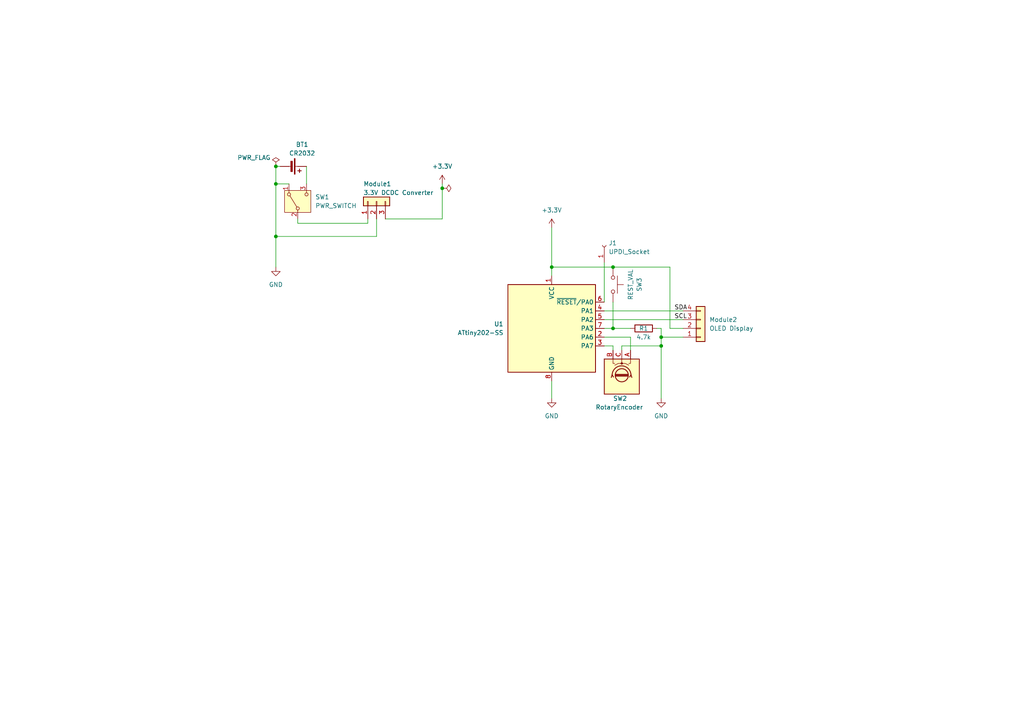
<source format=kicad_sch>
(kicad_sch (version 20230121) (generator eeschema)
  (paper "A4")
  (lib_symbols
    (symbol "Connector:Conn_01x01_Socket" (pin_names (offset 1.016) hide)
      (property "Reference" "J" (at 0 2.54 0))
      (property "Value" "Conn_01x01_Socket" (at 0 -2.54 0))
      (symbol "Conn_01x01_Socket_1_1"
        (polyline (pts (xy -1.27 0) (xy -0.508 0)) (stroke (width 0.1524)))
        (arc (start 0 0.508) (mid -0.5058 0) (end 0 -0.508) (stroke (width 0.1524)))
        (pin passive line (at -5.08 0 0) (length 3.81) (name "Pin_1") (number "1"))
      )
    )
    (symbol "Connector_Generic:Conn_01x03" (pin_names (offset 1.016) hide)
      (property "Reference" "J" (at 0 5.08 0))
      (property "Value" "Conn_01x03" (at 0 -5.08 0))
      (symbol "Conn_01x03_1_1"
        (rectangle (start -1.27 -2.413) (end 0 -2.667) (stroke (width 0.1524)))
        (rectangle (start -1.27 0.127) (end 0 -0.127) (stroke (width 0.1524)))
        (rectangle (start -1.27 2.667) (end 0 2.413) (stroke (width 0.1524)))
        (rectangle (start -1.27 3.81) (end 1.27 -3.81) (stroke (width 0.254)) (fill (type background)))
        (pin passive line (at -5.08 2.54 0) (length 3.81) (name "Pin_1") (number "1"))
        (pin passive line (at -5.08 0 0) (length 3.81) (name "Pin_2") (number "2"))
        (pin passive line (at -5.08 -2.54 0) (length 3.81) (name "Pin_3") (number "3"))
      )
    )
    (symbol "Connector_Generic:Conn_01x04" (pin_names (offset 1.016) hide)
      (property "Reference" "J" (at 0 5.08 0))
      (property "Value" "Conn_01x04" (at 0 -7.62 0))
      (symbol "Conn_01x04_1_1"
        (rectangle (start -1.27 -4.953) (end 0 -5.207) (stroke (width 0.1524)))
        (rectangle (start -1.27 -2.413) (end 0 -2.667) (stroke (width 0.1524)))
        (rectangle (start -1.27 0.127) (end 0 -0.127) (stroke (width 0.1524)))
        (rectangle (start -1.27 2.667) (end 0 2.413) (stroke (width 0.1524)))
        (rectangle (start -1.27 3.81) (end 1.27 -6.35) (stroke (width 0.254)) (fill (type background)))
        (pin passive line (at -5.08 2.54 0) (length 3.81) (name "Pin_1") (number "1"))
        (pin passive line (at -5.08 0 0) (length 3.81) (name "Pin_2") (number "2"))
        (pin passive line (at -5.08 -2.54 0) (length 3.81) (name "Pin_3") (number "3"))
        (pin passive line (at -5.08 -5.08 0) (length 3.81) (name "Pin_4") (number "4"))
      )
    )
    (symbol "Device:Battery_Cell" (pin_numbers hide) (pin_names (offset 0) hide)
      (property "Reference" "BT" (at 2.54 2.54 0))
      (property "Value" "Battery_Cell" (at 2.54 0 0))
      (symbol "Battery_Cell_0_1"
        (rectangle (start -2.286 1.778) (end 2.286 1.524) (fill (type outline)))
        (rectangle (start -1.524 1.016) (end 1.524 0.508) (fill (type outline)))
        (polyline (pts (xy 0 0.762) (xy 0 0)))
        (polyline (pts (xy 0 1.778) (xy 0 2.54)))
        (polyline (pts (xy 0.762 3.048) (xy 1.778 3.048)) (stroke (width 0.254)))
        (polyline (pts (xy 1.27 3.556) (xy 1.27 2.54)) (stroke (width 0.254)))
      )
      (symbol "Battery_Cell_1_1"
        (pin passive line (at 0 5.08 270) (length 2.54) (name "+") (number "1"))
        (pin passive line (at 0 -2.54 90) (length 2.54) (name "-") (number "2"))
      )
    )
    (symbol "Device:R" (pin_numbers hide) (pin_names (offset 0))
      (property "Reference" "R" (at 2.032 0 90))
      (property "Value" "R" (at 0 0 90))
      (symbol "R_0_1"
        (rectangle (start -1.016 -2.54) (end 1.016 2.54) (stroke (width 0.254)))
      )
      (symbol "R_1_1"
        (pin passive line (at 0 3.81 270) (length 1.27) (name "~") (number "1"))
        (pin passive line (at 0 -3.81 90) (length 1.27) (name "~") (number "2"))
      )
    )
    (symbol "Device:RotaryEncoder" (pin_names (offset 0.254) hide)
      (property "Reference" "SW" (at 0 6.604 0))
      (property "Value" "RotaryEncoder" (at 0 -6.604 0))
      (symbol "RotaryEncoder_0_1"
        (rectangle (start -5.08 5.08) (end 5.08 -5.08) (stroke (width 0.254)) (fill (type background)))
        (circle (center -3.81 0) (radius 0.254) (fill (type outline)))
        (circle (center -0.381 0) (radius 1.905) (stroke (width 0.254)))
        (arc (start -0.381 2.667) (mid -3.0988 -0.0635) (end -0.381 -2.794) (stroke (width 0.254)))
        (polyline (pts (xy -0.635 -1.778) (xy -0.635 1.778)) (stroke (width 0.254)))
        (polyline (pts (xy -0.381 -1.778) (xy -0.381 1.778)) (stroke (width 0.254)))
        (polyline (pts (xy -0.127 1.778) (xy -0.127 -1.778)) (stroke (width 0.254)))
        (polyline (pts (xy -5.08 -2.54) (xy -3.81 -2.54) (xy -3.81 -2.032)))
        (polyline (pts (xy -5.08 2.54) (xy -3.81 2.54) (xy -3.81 2.032)))
        (polyline (pts (xy 0.254 -3.048) (xy -0.508 -2.794) (xy 0.127 -2.413)) (stroke (width 0.254)))
        (polyline (pts (xy 0.254 2.921) (xy -0.508 2.667) (xy 0.127 2.286)) (stroke (width 0.254)))
        (polyline (pts (xy -5.08 0) (xy -3.81 0) (xy -3.81 -1.016) (xy -3.302 -2.032)))
        (polyline (pts (xy -4.318 0) (xy -3.81 0) (xy -3.81 1.016) (xy -3.302 2.032)))
      )
      (symbol "RotaryEncoder_1_1"
        (pin passive line (at -7.62 2.54 0) (length 2.54) (name "A") (number "A"))
        (pin passive line (at -7.62 -2.54 0) (length 2.54) (name "B") (number "B"))
        (pin passive line (at -7.62 0 0) (length 2.54) (name "C") (number "C"))
      )
    )
    (symbol "MCU_Microchip_ATtiny:ATtiny202-SS"
      (property "Reference" "U" (at -12.7 13.97 0))
      (property "Value" "ATtiny202-SS" (at 2.54 -13.97 0))
      (symbol "ATtiny202-SS_0_1"
        (rectangle (start -12.7 -12.7) (end 12.7 12.7) (stroke (width 0.254)) (fill (type background)))
      )
      (symbol "ATtiny202-SS_1_1"
        (pin power_in line (at 0 15.24 270) (length 2.54) (name "VCC") (number "1"))
        (pin bidirectional line (at 15.24 -2.54 180) (length 2.54) (name "PA6") (number "2"))
        (pin bidirectional line (at 15.24 -5.08 180) (length 2.54) (name "PA7") (number "3"))
        (pin bidirectional line (at 15.24 5.08 180) (length 2.54) (name "PA1") (number "4"))
        (pin bidirectional line (at 15.24 2.54 180) (length 2.54) (name "PA2") (number "5"))
        (pin bidirectional line (at 15.24 7.62 180) (length 2.54) (name "~{RESET}/PA0") (number "6"))
        (pin bidirectional line (at 15.24 0 180) (length 2.54) (name "PA3") (number "7"))
        (pin power_in line (at 0 -15.24 90) (length 2.54) (name "GND") (number "8"))
      )
    )
    (symbol "Switch:SW_Push" (pin_numbers hide) (pin_names (offset 1.016) hide)
      (property "Reference" "SW" (at 1.27 2.54 0))
      (property "Value" "SW_Push" (at 0 -1.524 0))
      (symbol "SW_Push_0_1"
        (circle (center -2.032 0) (radius 0.508))
        (polyline (pts (xy 0 1.27) (xy 0 3.048)))
        (polyline (pts (xy 2.54 1.27) (xy -2.54 1.27)))
        (circle (center 2.032 0) (radius 0.508))
        (pin passive line (at -5.08 0 0) (length 2.54) (name "1") (number "1"))
        (pin passive line (at 5.08 0 180) (length 2.54) (name "2") (number "2"))
      )
    )
    (symbol "Switch:SW_SPDT" (pin_names (offset 0) hide)
      (property "Reference" "SW" (at 0 5.08 0))
      (property "Value" "SW_SPDT" (at 0 -5.08 0))
      (symbol "SW_SPDT_0_1"
        (circle (center -2.032 0) (radius 0.4572))
        (polyline (pts (xy -1.651 0.254) (xy 1.651 2.286)))
        (circle (center 2.032 -2.54) (radius 0.4572))
        (circle (center 2.032 2.54) (radius 0.4572))
      )
      (symbol "SW_SPDT_1_1"
        (rectangle (start -3.175 3.81) (end 3.175 -3.81) (fill (type background)))
        (pin passive line (at 5.08 2.54 180) (length 2.54) (name "A") (number "1"))
        (pin passive line (at -5.08 0 0) (length 2.54) (name "B") (number "2"))
        (pin passive line (at 5.08 -2.54 180) (length 2.54) (name "C") (number "3"))
      )
    )
    (symbol "power:+3.3V" (power) (pin_names (offset 0))
      (property "Value" "+3.3V" (at 0 3.556 0))
      (symbol "+3.3V_0_1"
        (polyline (pts (xy -0.762 1.27) (xy 0 2.54)))
        (polyline (pts (xy 0 0) (xy 0 2.54)))
        (polyline (pts (xy 0 2.54) (xy 0.762 1.27)))
      )
      (symbol "+3.3V_1_1"
        (pin power_in line (at 0 0 90) (length 0) hide (name "+3.3V") (number "1"))
      )
    )
    (symbol "power:GND" (power) (pin_names (offset 0))
      (property "Value" "GND" (at 0 -3.81 0))
      (symbol "GND_0_1"
        (polyline (pts (xy 0 0) (xy 0 -1.27) (xy 1.27 -1.27) (xy 0 -2.54) (xy -1.27 -1.27) (xy 0 -1.27)))
      )
      (symbol "GND_1_1"
        (pin power_in line (at 0 0 270) (length 0) hide (name "GND") (number "1"))
      )
    )
    (symbol "power:PWR_FLAG" (power) (pin_numbers hide) (pin_names (offset 0) hide)
      (property "Value" "PWR_FLAG" (at 0 3.81 0))
      (symbol "PWR_FLAG_0_0"
        (pin power_out line (at 0 0 90) (length 0) (name "pwr") (number "1"))
      )
      (symbol "PWR_FLAG_0_1"
        (polyline (pts (xy 0 0) (xy 0 1.27) (xy -1.016 1.905) (xy 0 2.54) (xy 1.016 1.905) (xy 0 1.27)))
      )
    )
  )
  (junction (at 177.8 95.25))
  (junction (at 80.01 68.58))
  (junction (at 191.77 100.33))
  (junction (at 128.27 54.61))
  (junction (at 177.8 77.47))
  (junction (at 80.01 53.34))
  (junction (at 160.02 77.47))
  (junction (at 191.77 97.79))
  (junction (at 80.01 48.26))
  (wire (pts (xy 177.8 77.47) (xy 160.02 77.47)))
  (wire (pts (xy 175.26 97.79) (xy 182.88 97.79)))
  (wire (pts (xy 198.12 97.79) (xy 191.77 97.79)))
  (wire (pts (xy 128.27 63.5) (xy 111.76 63.5)))
  (wire (pts (xy 175.26 100.33) (xy 177.8 100.33)))
  (wire (pts (xy 160.02 77.47) (xy 160.02 80.01)))
  (wire (pts (xy 190.5 95.25) (xy 191.77 95.25)))
  (wire (pts (xy 175.26 76.2) (xy 175.26 87.63)))
  (wire (pts (xy 80.01 68.58) (xy 80.01 77.47)))
  (wire (pts (xy 109.22 68.58) (xy 109.22 63.5)))
  (wire (pts (xy 80.01 53.34) (xy 80.01 68.58)))
  (wire (pts (xy 81.28 48.26) (xy 80.01 48.26)))
  (wire (pts (xy 86.36 63.5) (xy 86.36 64.77)))
  (wire (pts (xy 177.8 95.25) (xy 182.88 95.25)))
  (wire (pts (xy 191.77 97.79) (xy 191.77 95.25)))
  (wire (pts (xy 191.77 100.33) (xy 191.77 115.57)))
  (wire (pts (xy 175.26 92.71) (xy 198.12 92.71)))
  (wire (pts (xy 88.9 48.26) (xy 88.9 53.34)))
  (wire (pts (xy 180.34 100.33) (xy 191.77 100.33)))
  (wire (pts (xy 80.01 68.58) (xy 109.22 68.58)))
  (wire (pts (xy 86.36 64.77) (xy 106.68 64.77)))
  (wire (pts (xy 177.8 100.33) (xy 177.8 101.6)))
  (wire (pts (xy 177.8 77.47) (xy 194.31 77.47)))
  (wire (pts (xy 128.27 54.61) (xy 128.27 53.34)))
  (wire (pts (xy 160.02 110.49) (xy 160.02 115.57)))
  (wire (pts (xy 175.26 90.17) (xy 198.12 90.17)))
  (wire (pts (xy 160.02 66.04) (xy 160.02 77.47)))
  (wire (pts (xy 175.26 95.25) (xy 177.8 95.25)))
  (wire (pts (xy 198.12 95.25) (xy 194.31 95.25)))
  (wire (pts (xy 80.01 53.34) (xy 83.82 53.34)))
  (wire (pts (xy 128.27 63.5) (xy 128.27 54.61)))
  (wire (pts (xy 106.68 64.77) (xy 106.68 63.5)))
  (wire (pts (xy 177.8 87.63) (xy 177.8 95.25)))
  (wire (pts (xy 80.01 48.26) (xy 80.01 53.34)))
  (wire (pts (xy 191.77 97.79) (xy 191.77 100.33)))
  (wire (pts (xy 182.88 97.79) (xy 182.88 101.6)))
  (wire (pts (xy 180.34 101.6) (xy 180.34 100.33)))
  (wire (pts (xy 194.31 95.25) (xy 194.31 77.47)))
  (label "SCL" (at 195.58 92.71 0))
  (label "SDA" (at 195.58 90.17 0))
  (symbol (lib_id "power:PWR_FLAG") (at 128.27 54.61 270) (unit 1)
    (property "Reference" "#FLG03" (effects hide))
    (property "Value" "PWR_FLAG" (effects hide))
  )
  (symbol (lib_id "power:GND") (at 160.02 115.57 0) (unit 1)
    (property "Reference" "#PWR01" (effects hide))
    (property "Value" "GND" (at 160.02 120.65 0))
  )
  (symbol (lib_id "power:+3.3V") (at 160.02 66.04 0) (unit 1)
    (property "Reference" "#PWR04" (effects hide))
    (property "Value" "+3.3V" (at 160.02 60.96 0))
  )
  (symbol (lib_id "power:PWR_FLAG") (at 80.01 48.26 0) (unit 1)
    (property "Reference" "#FLG02" (effects hide))
    (property "Value" "PWR_FLAG" (at 73.66 45.72 0))
  )
  (symbol (lib_id "MCU_Microchip_ATtiny:ATtiny202-SS") (at 160.02 95.25 0) (unit 1)
    (property "Reference" "U1" (at 146.05 93.98 0) (effects (justify right)))
    (property "Value" "ATtiny202-SS" (at 146.05 96.52 0) (effects (justify right)))
    (property "Footprint" "Package_SO:SOIC-8_3.9x4.9mm_P1.27mm" (effects hide))
    (property "Datasheet" "http://ww1.microchip.com/downloads/en/DeviceDoc/ATtiny202-402-AVR-MCU-with-Core-Independent-Peripherals_and-picoPower-40001969A.pdf" (effects hide))
  )
  (symbol (lib_id "Connector_Generic:Conn_01x03") (at 109.22 58.42 90) (unit 1)
    (property "Reference" "Module1" (at 105.41 53.34 90) (effects (justify right)))
    (property "Value" "3.3V DCDC Converter" (at 105.41 55.88 90) (effects (justify right)))
    (property "Footprint" "MyLibrary:3.3V 出力昇圧DCDCコンバータ" (effects hide))
  )
  (symbol (lib_id "Device:Battery_Cell") (at 83.82 48.26 270) (unit 1)
    (property "Reference" "BT1" (at 87.63 41.91 90))
    (property "Value" "CR2032" (at 87.63 44.45 90))
    (property "Footprint" "MyLibrary:CH075-2032LF" (effects hide))
  )
  (symbol (lib_id "Device:RotaryEncoder") (at 180.34 109.22 270) (unit 1)
    (property "Reference" "SW2" (at 177.8 115.57 90) (effects (justify left)))
    (property "Value" "RotaryEncoder" (at 172.72 118.11 90) (effects (justify left)))
    (property "Footprint" "MyLibrary:RotaryEncoder_Alps_EC12E_Vertical_H20mm" (effects hide))
  )
  (symbol (lib_id "Device:R") (at 186.69 95.25 90) (unit 1)
    (property "Reference" "R1" (at 186.69 95.25 90))
    (property "Value" "4.7k" (at 186.69 97.79 90))
    (property "Footprint" "Resistor_THT:R_Axial_DIN0204_L3.6mm_D1.6mm_P5.08mm_Horizontal" (effects hide))
  )
  (symbol (lib_id "Connector_Generic:Conn_01x04") (at 203.2 95.25 0) (mirror x) (unit 1)
    (property "Reference" "Module2" (at 205.74 92.71 0) (effects (justify left)))
    (property "Value" "OLED Display" (at 205.74 95.25 0) (effects (justify left)))
    (property "Footprint" "MyLibrary:OLEDディスプレイ 128x64" (effects hide))
  )
  (symbol (lib_id "Switch:SW_SPDT") (at 86.36 58.42 90) (unit 1)
    (property "Reference" "SW1" (at 91.44 57.15 90) (effects (justify right)))
    (property "Value" "PWR_SWITCH" (at 91.44 59.69 90) (effects (justify right)))
    (property "Footprint" "MyLibrary:スライドスイッチ 1回路2接点" (effects hide))
  )
  (symbol (lib_id "power:GND") (at 191.77 115.57 0) (unit 1)
    (property "Reference" "#PWR02" (effects hide))
    (property "Value" "GND" (at 191.77 120.65 0))
  )
  (symbol (lib_id "Connector:Conn_01x01_Socket") (at 175.26 71.12 90) (unit 1)
    (property "Reference" "J1" (at 176.53 70.485 90) (effects (justify right)))
    (property "Value" "UPDI_Socket" (at 176.53 73.025 90) (effects (justify right)))
    (property "Footprint" "Connector_PinSocket_1.27mm:PinSocket_1x01_P1.27mm_Vertical" (effects hide))
  )
  (symbol (lib_id "Switch:SW_Push") (at 177.8 82.55 270) (unit 1)
    (property "Reference" "SW3" (at 185.42 82.55 0))
    (property "Value" "REST_VAL" (at 182.88 82.55 0))
    (property "Footprint" "Button_Switch_THT:SW_PUSH_6mm" (effects hide))
  )
  (symbol (lib_id "power:GND") (at 80.01 77.47 0) (unit 1)
    (property "Reference" "#PWR06" (effects hide))
    (property "Value" "GND" (at 80.01 82.55 0))
  )
  (symbol (lib_id "power:+3.3V") (at 128.27 53.34 0) (unit 1)
    (property "Reference" "#PWR05" (effects hide))
    (property "Value" "+3.3V" (at 128.27 48.26 0))
  )
)
</source>
